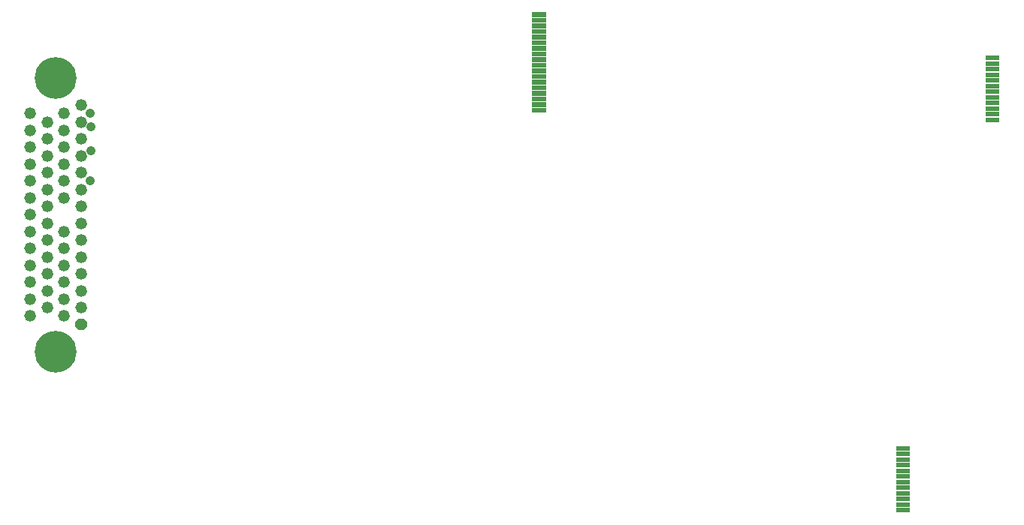
<source format=gbr>
G04 start of page 12 for group -4062 idx -4062
G04 Title: TFlex, soldermask *
G04 Creator: pcb-bin 20060822 *
G04 CreationDate: Thu May  3 09:53:11 2007 UTC *
G04 For: stephan *
G04 Format: Gerber/RS-274X *
G04 PCB-Dimensions: 500000 300000 *
G04 PCB-Coordinate-Origin: lower left *
%MOIN*%
%FSLAX24Y24*%
%LNBACKMASK*%
%ADD11C,0.0520*%
%ADD12C,0.0200*%
%ADD13C,0.1860*%
%ADD14C,0.0410*%
%ADD15R,0.0210X0.0210*%
G54D11*%LNBACKMASK_D1*%
%LPD*%
X4325Y15000D03*
Y15750D03*
Y16500D03*
Y17250D03*
Y18000D03*
Y18750D03*
Y19500D03*
Y20250D03*
Y21000D03*
Y21750D03*
Y22500D03*
X3575Y14625D03*
Y15375D03*
Y16125D03*
Y16875D03*
Y18375D03*
Y19125D03*
Y19875D03*
Y20625D03*
Y21375D03*
X4325Y13500D03*
Y14250D03*
X3575Y13125D03*
G54D12*G36*
X4585Y12857D02*X4432Y13010D01*
X4217D01*
X4065Y12857D01*
Y12642D01*
X4217Y12490D01*
X4432D01*
X4585Y12642D01*
Y12857D01*
G37*
G54D11*X3575Y13875D03*
X2825Y18000D03*
Y18750D03*
Y19500D03*
Y20250D03*
Y21000D03*
Y21750D03*
Y15000D03*
Y15750D03*
X2075Y15375D03*
X2825Y16500D03*
Y17250D03*
X2075Y16125D03*
Y16875D03*
X3575Y22125D03*
G54D13*X3200Y23700D03*
G54D11*X2075Y22125D03*
X2825Y13500D03*
Y14250D03*
X2075Y13125D03*
Y13875D03*
G54D13*X3200Y11550D03*
G54D11*X2075Y14625D03*
Y17625D03*
Y19875D03*
Y20625D03*
Y18375D03*
Y21375D03*
Y19125D03*
G54D14*X4775Y20475D03*
X4725Y19125D03*
X4775Y21525D03*
X4725Y22125D03*
G54D15*X40600Y4750D02*X41000D01*
X40600Y4500D02*X41000D01*
X40600Y5000D02*X41000D01*
X40600Y5500D02*X41000D01*
X40600Y5250D02*X41000D01*
X40600Y5750D02*X41000D01*
X40600Y6000D02*X41000D01*
X40600Y6250D02*X41000D01*
X40600Y6500D02*X41000D01*
X40600Y7000D02*X41000D01*
X40600Y6750D02*X41000D01*
X40600Y7250D02*X41000D01*
X44575Y21850D02*X44975D01*
X44575Y22100D02*X44975D01*
X44575Y22350D02*X44975D01*
X44575Y22600D02*X44975D01*
X44575Y22850D02*X44975D01*
X44575Y23100D02*X44975D01*
X44575Y23350D02*X44975D01*
X44575Y23600D02*X44975D01*
X44575Y23850D02*X44975D01*
X44575Y24100D02*X44975D01*
X44575Y24350D02*X44975D01*
X44575Y24600D02*X44975D01*
X24450Y22275D02*X24850D01*
X24450Y22525D02*X24850D01*
X24450Y22775D02*X24850D01*
X24450Y23025D02*X24850D01*
X24450Y23275D02*X24850D01*
X24450Y23525D02*X24850D01*
X24450Y23775D02*X24850D01*
X24450Y24025D02*X24850D01*
X24450Y24275D02*X24850D01*
X24450Y24525D02*X24850D01*
X24450Y24775D02*X24850D01*
X24450Y25025D02*X24850D01*
X24450Y25275D02*X24850D01*
X24450Y25525D02*X24850D01*
X24450Y25775D02*X24850D01*
X24450Y26025D02*X24850D01*
X24450Y26275D02*X24850D01*
X24450Y26525D02*X24850D01*
M02*

</source>
